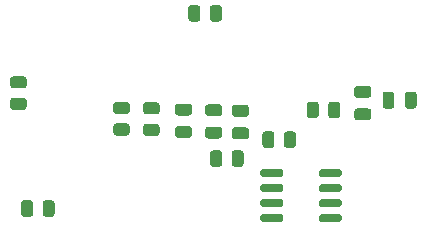
<source format=gbr>
%TF.GenerationSoftware,KiCad,Pcbnew,5.1.10*%
%TF.CreationDate,2021-11-02T12:22:44+00:00*%
%TF.ProjectId,BST900-ESP32,42535439-3030-42d4-9553-5033322e6b69,0.3*%
%TF.SameCoordinates,Original*%
%TF.FileFunction,Paste,Bot*%
%TF.FilePolarity,Positive*%
%FSLAX46Y46*%
G04 Gerber Fmt 4.6, Leading zero omitted, Abs format (unit mm)*
G04 Created by KiCad (PCBNEW 5.1.10) date 2021-11-02 12:22:44*
%MOMM*%
%LPD*%
G01*
G04 APERTURE LIST*
G04 APERTURE END LIST*
%TO.C,C4*%
G36*
G01*
X132350000Y-76350000D02*
X133300000Y-76350000D01*
G75*
G02*
X133550000Y-76600000I0J-250000D01*
G01*
X133550000Y-77100000D01*
G75*
G02*
X133300000Y-77350000I-250000J0D01*
G01*
X132350000Y-77350000D01*
G75*
G02*
X132100000Y-77100000I0J250000D01*
G01*
X132100000Y-76600000D01*
G75*
G02*
X132350000Y-76350000I250000J0D01*
G01*
G37*
G36*
G01*
X132350000Y-74450000D02*
X133300000Y-74450000D01*
G75*
G02*
X133550000Y-74700000I0J-250000D01*
G01*
X133550000Y-75200000D01*
G75*
G02*
X133300000Y-75450000I-250000J0D01*
G01*
X132350000Y-75450000D01*
G75*
G02*
X132100000Y-75200000I0J250000D01*
G01*
X132100000Y-74700000D01*
G75*
G02*
X132350000Y-74450000I250000J0D01*
G01*
G37*
%TD*%
%TO.C,C5*%
G36*
G01*
X135850000Y-75500000D02*
X134900000Y-75500000D01*
G75*
G02*
X134650000Y-75250000I0J250000D01*
G01*
X134650000Y-74750000D01*
G75*
G02*
X134900000Y-74500000I250000J0D01*
G01*
X135850000Y-74500000D01*
G75*
G02*
X136100000Y-74750000I0J-250000D01*
G01*
X136100000Y-75250000D01*
G75*
G02*
X135850000Y-75500000I-250000J0D01*
G01*
G37*
G36*
G01*
X135850000Y-77400000D02*
X134900000Y-77400000D01*
G75*
G02*
X134650000Y-77150000I0J250000D01*
G01*
X134650000Y-76650000D01*
G75*
G02*
X134900000Y-76400000I250000J0D01*
G01*
X135850000Y-76400000D01*
G75*
G02*
X136100000Y-76650000I0J-250000D01*
G01*
X136100000Y-77150000D01*
G75*
G02*
X135850000Y-77400000I-250000J0D01*
G01*
G37*
%TD*%
%TO.C,C6*%
G36*
G01*
X137175000Y-76450000D02*
X138125000Y-76450000D01*
G75*
G02*
X138375000Y-76700000I0J-250000D01*
G01*
X138375000Y-77200000D01*
G75*
G02*
X138125000Y-77450000I-250000J0D01*
G01*
X137175000Y-77450000D01*
G75*
G02*
X136925000Y-77200000I0J250000D01*
G01*
X136925000Y-76700000D01*
G75*
G02*
X137175000Y-76450000I250000J0D01*
G01*
G37*
G36*
G01*
X137175000Y-74550000D02*
X138125000Y-74550000D01*
G75*
G02*
X138375000Y-74800000I0J-250000D01*
G01*
X138375000Y-75300000D01*
G75*
G02*
X138125000Y-75550000I-250000J0D01*
G01*
X137175000Y-75550000D01*
G75*
G02*
X136925000Y-75300000I0J250000D01*
G01*
X136925000Y-74800000D01*
G75*
G02*
X137175000Y-74550000I250000J0D01*
G01*
G37*
%TD*%
%TO.C,C1*%
G36*
G01*
X148475000Y-73950000D02*
X147525000Y-73950000D01*
G75*
G02*
X147275000Y-73700000I0J250000D01*
G01*
X147275000Y-73200000D01*
G75*
G02*
X147525000Y-72950000I250000J0D01*
G01*
X148475000Y-72950000D01*
G75*
G02*
X148725000Y-73200000I0J-250000D01*
G01*
X148725000Y-73700000D01*
G75*
G02*
X148475000Y-73950000I-250000J0D01*
G01*
G37*
G36*
G01*
X148475000Y-75850000D02*
X147525000Y-75850000D01*
G75*
G02*
X147275000Y-75600000I0J250000D01*
G01*
X147275000Y-75100000D01*
G75*
G02*
X147525000Y-74850000I250000J0D01*
G01*
X148475000Y-74850000D01*
G75*
G02*
X148725000Y-75100000I0J-250000D01*
G01*
X148725000Y-75600000D01*
G75*
G02*
X148475000Y-75850000I-250000J0D01*
G01*
G37*
%TD*%
%TO.C,R1*%
G36*
G01*
X120100000Y-82874998D02*
X120100000Y-83775002D01*
G75*
G02*
X119850002Y-84025000I-249998J0D01*
G01*
X119324998Y-84025000D01*
G75*
G02*
X119075000Y-83775002I0J249998D01*
G01*
X119075000Y-82874998D01*
G75*
G02*
X119324998Y-82625000I249998J0D01*
G01*
X119850002Y-82625000D01*
G75*
G02*
X120100000Y-82874998I0J-249998D01*
G01*
G37*
G36*
G01*
X121925000Y-82874998D02*
X121925000Y-83775002D01*
G75*
G02*
X121675002Y-84025000I-249998J0D01*
G01*
X121149998Y-84025000D01*
G75*
G02*
X120900000Y-83775002I0J249998D01*
G01*
X120900000Y-82874998D01*
G75*
G02*
X121149998Y-82625000I249998J0D01*
G01*
X121675002Y-82625000D01*
G75*
G02*
X121925000Y-82874998I0J-249998D01*
G01*
G37*
%TD*%
%TO.C,R2*%
G36*
G01*
X144275000Y-74524998D02*
X144275000Y-75425002D01*
G75*
G02*
X144025002Y-75675000I-249998J0D01*
G01*
X143499998Y-75675000D01*
G75*
G02*
X143250000Y-75425002I0J249998D01*
G01*
X143250000Y-74524998D01*
G75*
G02*
X143499998Y-74275000I249998J0D01*
G01*
X144025002Y-74275000D01*
G75*
G02*
X144275000Y-74524998I0J-249998D01*
G01*
G37*
G36*
G01*
X146100000Y-74524998D02*
X146100000Y-75425002D01*
G75*
G02*
X145850002Y-75675000I-249998J0D01*
G01*
X145324998Y-75675000D01*
G75*
G02*
X145075000Y-75425002I0J249998D01*
G01*
X145075000Y-74524998D01*
G75*
G02*
X145324998Y-74275000I249998J0D01*
G01*
X145850002Y-74275000D01*
G75*
G02*
X146100000Y-74524998I0J-249998D01*
G01*
G37*
%TD*%
%TO.C,R4*%
G36*
G01*
X141325000Y-77950002D02*
X141325000Y-77049998D01*
G75*
G02*
X141574998Y-76800000I249998J0D01*
G01*
X142100002Y-76800000D01*
G75*
G02*
X142350000Y-77049998I0J-249998D01*
G01*
X142350000Y-77950002D01*
G75*
G02*
X142100002Y-78200000I-249998J0D01*
G01*
X141574998Y-78200000D01*
G75*
G02*
X141325000Y-77950002I0J249998D01*
G01*
G37*
G36*
G01*
X139500000Y-77950002D02*
X139500000Y-77049998D01*
G75*
G02*
X139749998Y-76800000I249998J0D01*
G01*
X140275002Y-76800000D01*
G75*
G02*
X140525000Y-77049998I0J-249998D01*
G01*
X140525000Y-77950002D01*
G75*
G02*
X140275002Y-78200000I-249998J0D01*
G01*
X139749998Y-78200000D01*
G75*
G02*
X139500000Y-77950002I0J249998D01*
G01*
G37*
%TD*%
%TO.C,R3*%
G36*
G01*
X119300002Y-73150000D02*
X118399998Y-73150000D01*
G75*
G02*
X118150000Y-72900002I0J249998D01*
G01*
X118150000Y-72374998D01*
G75*
G02*
X118399998Y-72125000I249998J0D01*
G01*
X119300002Y-72125000D01*
G75*
G02*
X119550000Y-72374998I0J-249998D01*
G01*
X119550000Y-72900002D01*
G75*
G02*
X119300002Y-73150000I-249998J0D01*
G01*
G37*
G36*
G01*
X119300002Y-74975000D02*
X118399998Y-74975000D01*
G75*
G02*
X118150000Y-74725002I0J249998D01*
G01*
X118150000Y-74199998D01*
G75*
G02*
X118399998Y-73950000I249998J0D01*
G01*
X119300002Y-73950000D01*
G75*
G02*
X119550000Y-74199998I0J-249998D01*
G01*
X119550000Y-74725002D01*
G75*
G02*
X119300002Y-74975000I-249998J0D01*
G01*
G37*
%TD*%
%TO.C,R5*%
G36*
G01*
X136900000Y-79550002D02*
X136900000Y-78649998D01*
G75*
G02*
X137149998Y-78400000I249998J0D01*
G01*
X137675002Y-78400000D01*
G75*
G02*
X137925000Y-78649998I0J-249998D01*
G01*
X137925000Y-79550002D01*
G75*
G02*
X137675002Y-79800000I-249998J0D01*
G01*
X137149998Y-79800000D01*
G75*
G02*
X136900000Y-79550002I0J249998D01*
G01*
G37*
G36*
G01*
X135075000Y-79550002D02*
X135075000Y-78649998D01*
G75*
G02*
X135324998Y-78400000I249998J0D01*
G01*
X135850002Y-78400000D01*
G75*
G02*
X136100000Y-78649998I0J-249998D01*
G01*
X136100000Y-79550002D01*
G75*
G02*
X135850002Y-79800000I-249998J0D01*
G01*
X135324998Y-79800000D01*
G75*
G02*
X135075000Y-79550002I0J249998D01*
G01*
G37*
%TD*%
%TO.C,U1*%
G36*
G01*
X144275000Y-84280000D02*
X144275000Y-83980000D01*
G75*
G02*
X144425000Y-83830000I150000J0D01*
G01*
X146075000Y-83830000D01*
G75*
G02*
X146225000Y-83980000I0J-150000D01*
G01*
X146225000Y-84280000D01*
G75*
G02*
X146075000Y-84430000I-150000J0D01*
G01*
X144425000Y-84430000D01*
G75*
G02*
X144275000Y-84280000I0J150000D01*
G01*
G37*
G36*
G01*
X144275000Y-83010000D02*
X144275000Y-82710000D01*
G75*
G02*
X144425000Y-82560000I150000J0D01*
G01*
X146075000Y-82560000D01*
G75*
G02*
X146225000Y-82710000I0J-150000D01*
G01*
X146225000Y-83010000D01*
G75*
G02*
X146075000Y-83160000I-150000J0D01*
G01*
X144425000Y-83160000D01*
G75*
G02*
X144275000Y-83010000I0J150000D01*
G01*
G37*
G36*
G01*
X144275000Y-81740000D02*
X144275000Y-81440000D01*
G75*
G02*
X144425000Y-81290000I150000J0D01*
G01*
X146075000Y-81290000D01*
G75*
G02*
X146225000Y-81440000I0J-150000D01*
G01*
X146225000Y-81740000D01*
G75*
G02*
X146075000Y-81890000I-150000J0D01*
G01*
X144425000Y-81890000D01*
G75*
G02*
X144275000Y-81740000I0J150000D01*
G01*
G37*
G36*
G01*
X144275000Y-80470000D02*
X144275000Y-80170000D01*
G75*
G02*
X144425000Y-80020000I150000J0D01*
G01*
X146075000Y-80020000D01*
G75*
G02*
X146225000Y-80170000I0J-150000D01*
G01*
X146225000Y-80470000D01*
G75*
G02*
X146075000Y-80620000I-150000J0D01*
G01*
X144425000Y-80620000D01*
G75*
G02*
X144275000Y-80470000I0J150000D01*
G01*
G37*
G36*
G01*
X139325000Y-80470000D02*
X139325000Y-80170000D01*
G75*
G02*
X139475000Y-80020000I150000J0D01*
G01*
X141125000Y-80020000D01*
G75*
G02*
X141275000Y-80170000I0J-150000D01*
G01*
X141275000Y-80470000D01*
G75*
G02*
X141125000Y-80620000I-150000J0D01*
G01*
X139475000Y-80620000D01*
G75*
G02*
X139325000Y-80470000I0J150000D01*
G01*
G37*
G36*
G01*
X139325000Y-81740000D02*
X139325000Y-81440000D01*
G75*
G02*
X139475000Y-81290000I150000J0D01*
G01*
X141125000Y-81290000D01*
G75*
G02*
X141275000Y-81440000I0J-150000D01*
G01*
X141275000Y-81740000D01*
G75*
G02*
X141125000Y-81890000I-150000J0D01*
G01*
X139475000Y-81890000D01*
G75*
G02*
X139325000Y-81740000I0J150000D01*
G01*
G37*
G36*
G01*
X139325000Y-83010000D02*
X139325000Y-82710000D01*
G75*
G02*
X139475000Y-82560000I150000J0D01*
G01*
X141125000Y-82560000D01*
G75*
G02*
X141275000Y-82710000I0J-150000D01*
G01*
X141275000Y-83010000D01*
G75*
G02*
X141125000Y-83160000I-150000J0D01*
G01*
X139475000Y-83160000D01*
G75*
G02*
X139325000Y-83010000I0J150000D01*
G01*
G37*
G36*
G01*
X139325000Y-84280000D02*
X139325000Y-83980000D01*
G75*
G02*
X139475000Y-83830000I150000J0D01*
G01*
X141125000Y-83830000D01*
G75*
G02*
X141275000Y-83980000I0J-150000D01*
G01*
X141275000Y-84280000D01*
G75*
G02*
X141125000Y-84430000I-150000J0D01*
G01*
X139475000Y-84430000D01*
G75*
G02*
X139325000Y-84280000I0J150000D01*
G01*
G37*
%TD*%
%TO.C,R6*%
G36*
G01*
X130550002Y-75350000D02*
X129649998Y-75350000D01*
G75*
G02*
X129400000Y-75100002I0J249998D01*
G01*
X129400000Y-74574998D01*
G75*
G02*
X129649998Y-74325000I249998J0D01*
G01*
X130550002Y-74325000D01*
G75*
G02*
X130800000Y-74574998I0J-249998D01*
G01*
X130800000Y-75100002D01*
G75*
G02*
X130550002Y-75350000I-249998J0D01*
G01*
G37*
G36*
G01*
X130550002Y-77175000D02*
X129649998Y-77175000D01*
G75*
G02*
X129400000Y-76925002I0J249998D01*
G01*
X129400000Y-76399998D01*
G75*
G02*
X129649998Y-76150000I249998J0D01*
G01*
X130550002Y-76150000D01*
G75*
G02*
X130800000Y-76399998I0J-249998D01*
G01*
X130800000Y-76925002D01*
G75*
G02*
X130550002Y-77175000I-249998J0D01*
G01*
G37*
%TD*%
%TO.C,R7*%
G36*
G01*
X128025002Y-75325000D02*
X127124998Y-75325000D01*
G75*
G02*
X126875000Y-75075002I0J249998D01*
G01*
X126875000Y-74549998D01*
G75*
G02*
X127124998Y-74300000I249998J0D01*
G01*
X128025002Y-74300000D01*
G75*
G02*
X128275000Y-74549998I0J-249998D01*
G01*
X128275000Y-75075002D01*
G75*
G02*
X128025002Y-75325000I-249998J0D01*
G01*
G37*
G36*
G01*
X128025002Y-77150000D02*
X127124998Y-77150000D01*
G75*
G02*
X126875000Y-76900002I0J249998D01*
G01*
X126875000Y-76374998D01*
G75*
G02*
X127124998Y-76125000I249998J0D01*
G01*
X128025002Y-76125000D01*
G75*
G02*
X128275000Y-76374998I0J-249998D01*
G01*
X128275000Y-76900002D01*
G75*
G02*
X128025002Y-77150000I-249998J0D01*
G01*
G37*
%TD*%
%TO.C,C3*%
G36*
G01*
X150675000Y-73675000D02*
X150675000Y-74625000D01*
G75*
G02*
X150425000Y-74875000I-250000J0D01*
G01*
X149925000Y-74875000D01*
G75*
G02*
X149675000Y-74625000I0J250000D01*
G01*
X149675000Y-73675000D01*
G75*
G02*
X149925000Y-73425000I250000J0D01*
G01*
X150425000Y-73425000D01*
G75*
G02*
X150675000Y-73675000I0J-250000D01*
G01*
G37*
G36*
G01*
X152575000Y-73675000D02*
X152575000Y-74625000D01*
G75*
G02*
X152325000Y-74875000I-250000J0D01*
G01*
X151825000Y-74875000D01*
G75*
G02*
X151575000Y-74625000I0J250000D01*
G01*
X151575000Y-73675000D01*
G75*
G02*
X151825000Y-73425000I250000J0D01*
G01*
X152325000Y-73425000D01*
G75*
G02*
X152575000Y-73675000I0J-250000D01*
G01*
G37*
%TD*%
%TO.C,R9*%
G36*
G01*
X135050000Y-67250002D02*
X135050000Y-66349998D01*
G75*
G02*
X135299998Y-66100000I249998J0D01*
G01*
X135825002Y-66100000D01*
G75*
G02*
X136075000Y-66349998I0J-249998D01*
G01*
X136075000Y-67250002D01*
G75*
G02*
X135825002Y-67500000I-249998J0D01*
G01*
X135299998Y-67500000D01*
G75*
G02*
X135050000Y-67250002I0J249998D01*
G01*
G37*
G36*
G01*
X133225000Y-67250002D02*
X133225000Y-66349998D01*
G75*
G02*
X133474998Y-66100000I249998J0D01*
G01*
X134000002Y-66100000D01*
G75*
G02*
X134250000Y-66349998I0J-249998D01*
G01*
X134250000Y-67250002D01*
G75*
G02*
X134000002Y-67500000I-249998J0D01*
G01*
X133474998Y-67500000D01*
G75*
G02*
X133225000Y-67250002I0J249998D01*
G01*
G37*
%TD*%
M02*

</source>
